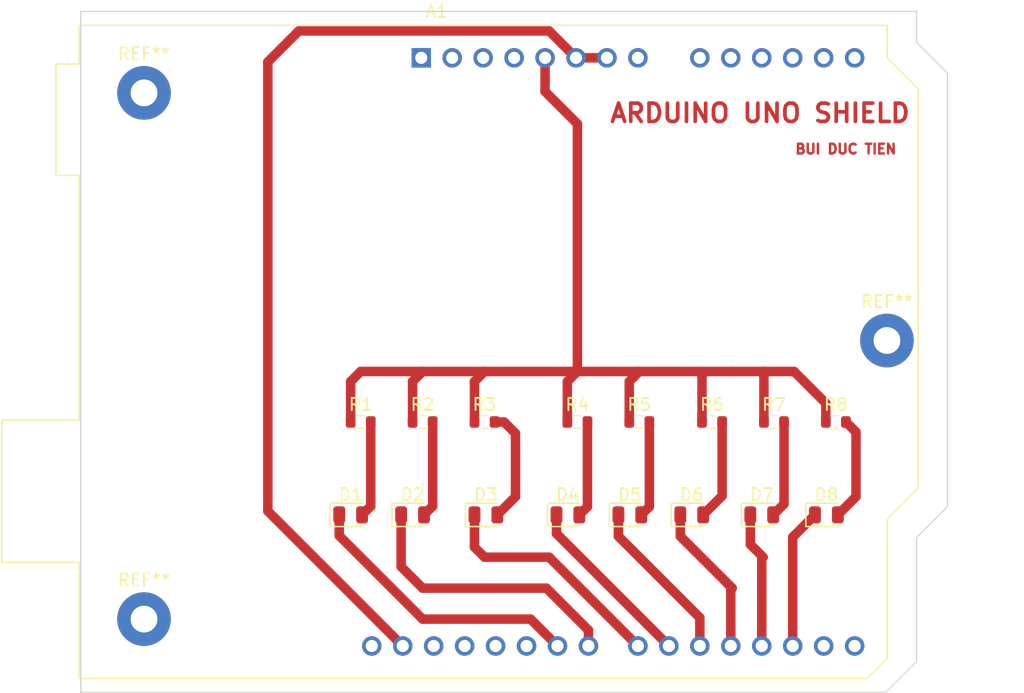
<source format=kicad_pcb>
(kicad_pcb (version 20221018) (generator pcbnew)
  (layers (0 "F.Cu" signal) (31 "B.Cu" signal) (34 "B.Paste" user) (35 "F.Paste" user) (36 "B.SilkS" user "B.Silkscreen") (37 "F.SilkS" user "F.Silkscreen") (38 "B.Mask" user) (39 "F.Mask" user) (44 "Edge.Cuts" user))
  (net 0 "")
  (net 5 "Net-(A1-+5V)")
  (net 6 "GND")
  (net 16 "Net-(A1-D2)")
  (net 17 "Net-(A1-D3)")
  (net 18 "Net-(A1-D4)")
  (net 19 "Net-(A1-D5)")
  (net 20 "Net-(A1-D6)")
  (net 21 "Net-(A1-D7)")
  (net 22 "Net-(A1-D8)")
  (net 23 "Net-(A1-D9)")
  (net 29 "Net-(D1-A)")
  (net 30 "Net-(D2-A)")
  (net 31 "Net-(D3-A)")
  (net 32 "Net-(D4-A)")
  (net 33 "Net-(D5-A)")
  (net 34 "Net-(D6-A)")
  (net 35 "Net-(D7-A)")
  (net 36 "Net-(D8-A)")
  (footprint "Resistor_SMD:R_0603_1608Metric" (layer "F.Cu") (at 172.8325 84.49)
    (fp_text reference "R5" (at 0 -1.43) (layer "F.SilkS"))
    (fp_text value "247")
    (fp_line (start -0.237258 -0.5225) (end 0.237258 -0.5225) (stroke (width 0.12)) (layer "F.SilkS"))
    (fp_line (start -0.237258 0.5225) (end 0.237258 0.5225) (stroke (width 0.12)) (layer "F.SilkS"))
    (pad "1" smd roundrect (at -0.825 0) (size 0.8 0.95) (layers "F.Cu" "F.Paste" "F.Mask") (net 5 "Net-(A1-+5V)"))
    (pad "2" smd roundrect (at 0.825 0) (size 0.8 0.95) (layers "F.Cu" "F.Paste" "F.Mask") (net 33 "Net-(D5-A)"))
  )
  (footprint "LED_SMD:LED_0805_2012Metric" (layer "F.Cu") (at 177.135 92.11)
    (fp_text reference "D6" (at 0 -1.65) (layer "F.SilkS"))
    (fp_text value "LED")
    (fp_line (start -1.685 -0.96) (end -1.685 0.96) (stroke (width 0.12)) (layer "F.SilkS"))
    (fp_line (start -1.685 0.96) (end 1 0.96) (stroke (width 0.12)) (layer "F.SilkS"))
    (fp_line (start 1 -0.96) (end -1.685 -0.96) (stroke (width 0.12)) (layer "F.SilkS"))
    (pad "1" smd roundrect (at -0.9375 0) (size 0.975 1.4) (layers "F.Cu" "F.Paste" "F.Mask") (net 18 "Net-(A1-D4)"))
    (pad "2" smd roundrect (at 0.9375 0) (size 0.975 1.4) (layers "F.Cu" "F.Paste" "F.Mask") (net 34 "Net-(D6-A)"))
  )
  (footprint "LED_SMD:LED_0805_2012Metric" (layer "F.Cu") (at 166.975 92.11)
    (fp_text reference "D4" (at 0 -1.65) (layer "F.SilkS"))
    (fp_text value "LED")
    (fp_line (start -1.685 -0.96) (end -1.685 0.96) (stroke (width 0.12)) (layer "F.SilkS"))
    (fp_line (start -1.685 0.96) (end 1 0.96) (stroke (width 0.12)) (layer "F.SilkS"))
    (fp_line (start 1 -0.96) (end -1.685 -0.96) (stroke (width 0.12)) (layer "F.SilkS"))
    (pad "1" smd roundrect (at -0.9375 0) (size 0.975 1.4) (layers "F.Cu" "F.Paste" "F.Mask") (net 20 "Net-(A1-D6)"))
    (pad "2" smd roundrect (at 0.9375 0) (size 0.975 1.4) (layers "F.Cu" "F.Paste" "F.Mask") (net 32 "Net-(D4-A)"))
  )
  (footprint "MountingHole:MountingHole_2.2mm_M2_Pad" (layer "F.Cu") (at 193.1525 77.805)
    (fp_text reference "REF**" (at 0 -3.2) (layer "F.SilkS"))
    (fp_text value "MountingHole_2.2mm_M2_Pad")
    (pad "1" thru_hole circle (at 0 0) (size 4.4 4.4) (drill 2.2) (layers "*.Cu" "*.Mask"))
  )
  (footprint "LED_SMD:LED_0805_2012Metric" (layer "F.Cu") (at 149.1475 92.11)
    (fp_text reference "D1" (at 0 -1.65) (layer "F.SilkS"))
    (fp_text value "LED")
    (fp_line (start -1.685 -0.96) (end -1.685 0.96) (stroke (width 0.12)) (layer "F.SilkS"))
    (fp_line (start -1.685 0.96) (end 1 0.96) (stroke (width 0.12)) (layer "F.SilkS"))
    (fp_line (start 1 -0.96) (end -1.685 -0.96) (stroke (width 0.12)) (layer "F.SilkS"))
    (pad "1" smd roundrect (at -0.9375 0) (size 0.975 1.4) (layers "F.Cu" "F.Paste" "F.Mask") (net 23 "Net-(A1-D9)"))
    (pad "2" smd roundrect (at 0.9375 0) (size 0.975 1.4) (layers "F.Cu" "F.Paste" "F.Mask") (net 29 "Net-(D1-A)"))
  )
  (footprint "Resistor_SMD:R_0603_1608Metric" (layer "F.Cu") (at 183.8825 84.49)
    (fp_text reference "R7" (at 0 -1.43) (layer "F.SilkS"))
    (fp_text value "247")
    (fp_line (start -0.237258 -0.5225) (end 0.237258 -0.5225) (stroke (width 0.12)) (layer "F.SilkS"))
    (fp_line (start -0.237258 0.5225) (end 0.237258 0.5225) (stroke (width 0.12)) (layer "F.SilkS"))
    (pad "1" smd roundrect (at -0.825 0) (size 0.8 0.95) (layers "F.Cu" "F.Paste" "F.Mask") (net 5 "Net-(A1-+5V)"))
    (pad "2" smd roundrect (at 0.825 0) (size 0.8 0.95) (layers "F.Cu" "F.Paste" "F.Mask") (net 35 "Net-(D7-A)"))
  )
  (footprint "Module:Arduino_UNO_R2" (layer "F.Cu") (at 154.94 54.61)
    (fp_text reference "A1" (at 1.27 -3.81 180) (layer "F.SilkS"))
    (fp_text value "Arduino_UNO_R2")
    (fp_line (start -34.42 29.72) (end -34.42 41.4) (stroke (width 0.12)) (layer "F.SilkS"))
    (fp_line (start -34.42 41.4) (end -28.07 41.4) (stroke (width 0.12)) (layer "F.SilkS"))
    (fp_line (start -29.97 0.51) (end -29.97 9.65) (stroke (width 0.12)) (layer "F.SilkS"))
    (fp_line (start -29.97 9.65) (end -28.07 9.65) (stroke (width 0.12)) (layer "F.SilkS"))
    (fp_line (start -28.07 -2.67) (end -28.07 0.51) (stroke (width 0.12)) (layer "F.SilkS"))
    (fp_line (start -28.07 0.51) (end -29.97 0.51) (stroke (width 0.12)) (layer "F.SilkS"))
    (fp_line (start -28.07 9.65) (end -28.07 29.72) (stroke (width 0.12)) (layer "F.SilkS"))
    (fp_line (start -28.07 29.72) (end -34.42 29.72) (stroke (width 0.12)) (layer "F.SilkS"))
    (fp_line (start -28.07 41.4) (end -28.07 50.93) (stroke (width 0.12)) (layer "F.SilkS"))
    (fp_line (start -28.07 50.93) (end 36.58 50.93) (stroke (width 0.12)) (layer "F.SilkS"))
    (fp_line (start 36.58 50.93) (end 38.23 49.28) (stroke (width 0.12)) (layer "F.SilkS"))
    (fp_line (start 38.23 -2.67) (end -28.07 -2.67) (stroke (width 0.12)) (layer "F.SilkS"))
    (fp_line (start 38.23 0) (end 38.23 -2.67) (stroke (width 0.12)) (layer "F.SilkS"))
    (fp_line (start 38.23 37.85) (end 40.77 35.31) (stroke (width 0.12)) (layer "F.SilkS"))
    (fp_line (start 38.23 49.28) (end 38.23 37.85) (stroke (width 0.12)) (layer "F.SilkS"))
    (fp_line (start 40.77 2.54) (end 38.23 0) (stroke (width 0.12)) (layer "F.SilkS"))
    (fp_line (start 40.77 35.31) (end 40.77 2.54) (stroke (width 0.12)) (layer "F.SilkS"))
    (pad "1" thru_hole rect (at 0 0 90) (size 1.6 1.6) (drill 1) (layers "*.Cu" "*.Mask"))
    (pad "2" thru_hole oval (at 2.54 0 90) (size 1.6 1.6) (drill 1) (layers "*.Cu" "*.Mask"))
    (pad "3" thru_hole oval (at 5.08 0 90) (size 1.6 1.6) (drill 1) (layers "*.Cu" "*.Mask"))
    (pad "4" thru_hole oval (at 7.62 0 90) (size 1.6 1.6) (drill 1) (layers "*.Cu" "*.Mask"))
    (pad "5" thru_hole oval (at 10.16 0 90) (size 1.6 1.6) (drill 1) (layers "*.Cu" "*.Mask") (net 5 "Net-(A1-+5V)"))
    (pad "6" thru_hole oval (at 12.7 0 90) (size 1.6 1.6) (drill 1) (layers "*.Cu" "*.Mask") (net 6 "GND"))
    (pad "7" thru_hole oval (at 15.24 0 90) (size 1.6 1.6) (drill 1) (layers "*.Cu" "*.Mask") (net 6 "GND"))
    (pad "8" thru_hole oval (at 17.78 0 90) (size 1.6 1.6) (drill 1) (layers "*.Cu" "*.Mask"))
    (pad "9" thru_hole oval (at 22.86 0 90) (size 1.6 1.6) (drill 1) (layers "*.Cu" "*.Mask"))
    (pad "10" thru_hole oval (at 25.4 0 90) (size 1.6 1.6) (drill 1) (layers "*.Cu" "*.Mask"))
    (pad "11" thru_hole oval (at 27.94 0 90) (size 1.6 1.6) (drill 1) (layers "*.Cu" "*.Mask"))
    (pad "12" thru_hole oval (at 30.48 0 90) (size 1.6 1.6) (drill 1) (layers "*.Cu" "*.Mask"))
    (pad "13" thru_hole oval (at 33.02 0 90) (size 1.6 1.6) (drill 1) (layers "*.Cu" "*.Mask"))
    (pad "14" thru_hole oval (at 35.56 0 90) (size 1.6 1.6) (drill 1) (layers "*.Cu" "*.Mask"))
    (pad "15" thru_hole oval (at 35.56 48.26 90) (size 1.6 1.6) (drill 1) (layers "*.Cu" "*.Mask"))
    (pad "16" thru_hole oval (at 33.02 48.26 90) (size 1.6 1.6) (drill 1) (layers "*.Cu" "*.Mask"))
    (pad "17" thru_hole oval (at 30.48 48.26 90) (size 1.6 1.6) (drill 1) (layers "*.Cu" "*.Mask") (net 16 "Net-(A1-D2)"))
    (pad "18" thru_hole oval (at 27.94 48.26 90) (size 1.6 1.6) (drill 1) (layers "*.Cu" "*.Mask") (net 17 "Net-(A1-D3)"))
    (pad "19" thru_hole oval (at 25.4 48.26 90) (size 1.6 1.6) (drill 1) (layers "*.Cu" "*.Mask") (net 18 "Net-(A1-D4)"))
    (pad "20" thru_hole oval (at 22.86 48.26 90) (size 1.6 1.6) (drill 1) (layers "*.Cu" "*.Mask") (net 19 "Net-(A1-D5)"))
    (pad "21" thru_hole oval (at 20.32 48.26 90) (size 1.6 1.6) (drill 1) (layers "*.Cu" "*.Mask") (net 20 "Net-(A1-D6)"))
    (pad "22" thru_hole oval (at 17.78 48.26 90) (size 1.6 1.6) (drill 1) (layers "*.Cu" "*.Mask") (net 21 "Net-(A1-D7)"))
    (pad "23" thru_hole oval (at 13.72 48.26 90) (size 1.6 1.6) (drill 1) (layers "*.Cu" "*.Mask") (net 22 "Net-(A1-D8)"))
    (pad "24" thru_hole oval (at 11.18 48.26 90) (size 1.6 1.6) (drill 1) (layers "*.Cu" "*.Mask") (net 23 "Net-(A1-D9)"))
    (pad "25" thru_hole oval (at 8.64 48.26 90) (size 1.6 1.6) (drill 1) (layers "*.Cu" "*.Mask"))
    (pad "26" thru_hole oval (at 6.1 48.26 90) (size 1.6 1.6) (drill 1) (layers "*.Cu" "*.Mask"))
    (pad "27" thru_hole oval (at 3.56 48.26 90) (size 1.6 1.6) (drill 1) (layers "*.Cu" "*.Mask"))
    (pad "28" thru_hole oval (at 1.02 48.26 90) (size 1.6 1.6) (drill 1) (layers "*.Cu" "*.Mask"))
    (pad "29" thru_hole oval (at -1.52 48.26 90) (size 1.6 1.6) (drill 1) (layers "*.Cu" "*.Mask") (net 6 "GND"))
    (pad "30" thru_hole oval (at -4.06 48.26 90) (size 1.6 1.6) (drill 1) (layers "*.Cu" "*.Mask"))
  )
  (footprint "LED_SMD:LED_0805_2012Metric" (layer "F.Cu") (at 154.2275 92.11)
    (fp_text reference "D2" (at 0 -1.65) (layer "F.SilkS"))
    (fp_text value "LED")
    (fp_line (start -1.685 -0.96) (end -1.685 0.96) (stroke (width 0.12)) (layer "F.SilkS"))
    (fp_line (start -1.685 0.96) (end 1 0.96) (stroke (width 0.12)) (layer "F.SilkS"))
    (fp_line (start 1 -0.96) (end -1.685 -0.96) (stroke (width 0.12)) (layer "F.SilkS"))
    (pad "1" smd roundrect (at -0.9375 0) (size 0.975 1.4) (layers "F.Cu" "F.Paste" "F.Mask") (net 22 "Net-(A1-D8)"))
    (pad "2" smd roundrect (at 0.9375 0) (size 0.975 1.4) (layers "F.Cu" "F.Paste" "F.Mask") (net 30 "Net-(D2-A)"))
  )
  (footprint "LED_SMD:LED_0805_2012Metric" (layer "F.Cu") (at 188.185 92.11)
    (fp_text reference "D8" (at 0 -1.65) (layer "F.SilkS"))
    (fp_text value "LED")
    (fp_line (start -1.685 -0.96) (end -1.685 0.96) (stroke (width 0.12)) (layer "F.SilkS"))
    (fp_line (start -1.685 0.96) (end 1 0.96) (stroke (width 0.12)) (layer "F.SilkS"))
    (fp_line (start 1 -0.96) (end -1.685 -0.96) (stroke (width 0.12)) (layer "F.SilkS"))
    (pad "1" smd roundrect (at -0.9375 0) (size 0.975 1.4) (layers "F.Cu" "F.Paste" "F.Mask") (net 16 "Net-(A1-D2)"))
    (pad "2" smd roundrect (at 0.9375 0) (size 0.975 1.4) (layers "F.Cu" "F.Paste" "F.Mask") (net 36 "Net-(D8-A)"))
  )
  (footprint "Resistor_SMD:R_0603_1608Metric" (layer "F.Cu") (at 178.8025 84.49)
    (fp_text reference "R6" (at 0 -1.43) (layer "F.SilkS"))
    (fp_text value "247")
    (fp_line (start -0.237258 -0.5225) (end 0.237258 -0.5225) (stroke (width 0.12)) (layer "F.SilkS"))
    (fp_line (start -0.237258 0.5225) (end 0.237258 0.5225) (stroke (width 0.12)) (layer "F.SilkS"))
    (pad "1" smd roundrect (at -0.825 0) (size 0.8 0.95) (layers "F.Cu" "F.Paste" "F.Mask") (net 5 "Net-(A1-+5V)"))
    (pad "2" smd roundrect (at 0.825 0) (size 0.8 0.95) (layers "F.Cu" "F.Paste" "F.Mask") (net 34 "Net-(D6-A)"))
  )
  (footprint "MountingHole:MountingHole_2.2mm_M2_Pad" (layer "F.Cu") (at 132.1925 57.485)
    (fp_text reference "REF**" (at 0 -3.2) (layer "F.SilkS"))
    (fp_text value "MountingHole_2.2mm_M2_Pad")
    (pad "1" thru_hole circle (at 0 0) (size 4.4 4.4) (drill 2.2) (layers "*.Cu" "*.Mask"))
  )
  (footprint "Resistor_SMD:R_0603_1608Metric" (layer "F.Cu") (at 167.7525 84.49)
    (fp_text reference "R4" (at 0 -1.43) (layer "F.SilkS"))
    (fp_text value "247")
    (fp_line (start -0.237258 -0.5225) (end 0.237258 -0.5225) (stroke (width 0.12)) (layer "F.SilkS"))
    (fp_line (start -0.237258 0.5225) (end 0.237258 0.5225) (stroke (width 0.12)) (layer "F.SilkS"))
    (pad "1" smd roundrect (at -0.825 0) (size 0.8 0.95) (layers "F.Cu" "F.Paste" "F.Mask") (net 5 "Net-(A1-+5V)"))
    (pad "2" smd roundrect (at 0.825 0) (size 0.8 0.95) (layers "F.Cu" "F.Paste" "F.Mask") (net 32 "Net-(D4-A)"))
  )
  (footprint "Resistor_SMD:R_0603_1608Metric" (layer "F.Cu") (at 188.9625 84.49)
    (fp_text reference "R8" (at 0 -1.43) (layer "F.SilkS"))
    (fp_text value "247")
    (fp_line (start -0.237258 -0.5225) (end 0.237258 -0.5225) (stroke (width 0.12)) (layer "F.SilkS"))
    (fp_line (start -0.237258 0.5225) (end 0.237258 0.5225) (stroke (width 0.12)) (layer "F.SilkS"))
    (pad "1" smd roundrect (at -0.825 0) (size 0.8 0.95) (layers "F.Cu" "F.Paste" "F.Mask") (net 5 "Net-(A1-+5V)"))
    (pad "2" smd roundrect (at 0.825 0) (size 0.8 0.95) (layers "F.Cu" "F.Paste" "F.Mask") (net 36 "Net-(D8-A)"))
  )
  (footprint "LED_SMD:LED_0805_2012Metric" (layer "F.Cu") (at 160.245 92.11)
    (fp_text reference "D3" (at 0 -1.65) (layer "F.SilkS"))
    (fp_text value "LED")
    (fp_line (start -1.685 -0.96) (end -1.685 0.96) (stroke (width 0.12)) (layer "F.SilkS"))
    (fp_line (start -1.685 0.96) (end 1 0.96) (stroke (width 0.12)) (layer "F.SilkS"))
    (fp_line (start 1 -0.96) (end -1.685 -0.96) (stroke (width 0.12)) (layer "F.SilkS"))
    (pad "1" smd roundrect (at -0.9375 0) (size 0.975 1.4) (layers "F.Cu" "F.Paste" "F.Mask") (net 21 "Net-(A1-D7)"))
    (pad "2" smd roundrect (at 0.9375 0) (size 0.975 1.4) (layers "F.Cu" "F.Paste" "F.Mask") (net 31 "Net-(D3-A)"))
  )
  (footprint "Resistor_SMD:R_0603_1608Metric" (layer "F.Cu") (at 155.0525 84.49)
    (fp_text reference "R2" (at 0 -1.43) (layer "F.SilkS"))
    (fp_text value "247")
    (fp_line (start -0.237258 -0.5225) (end 0.237258 -0.5225) (stroke (width 0.12)) (layer "F.SilkS"))
    (fp_line (start -0.237258 0.5225) (end 0.237258 0.5225) (stroke (width 0.12)) (layer "F.SilkS"))
    (pad "1" smd roundrect (at -0.825 0) (size 0.8 0.95) (layers "F.Cu" "F.Paste" "F.Mask") (net 5 "Net-(A1-+5V)"))
    (pad "2" smd roundrect (at 0.825 0) (size 0.8 0.95) (layers "F.Cu" "F.Paste" "F.Mask") (net 30 "Net-(D2-A)"))
  )
  (footprint "Resistor_SMD:R_0603_1608Metric" (layer "F.Cu") (at 149.9725 84.49)
    (fp_text reference "R1" (at 0 -1.43) (layer "F.SilkS"))
    (fp_text value "247")
    (fp_line (start -0.237258 -0.5225) (end 0.237258 -0.5225) (stroke (width 0.12)) (layer "F.SilkS"))
    (fp_line (start -0.237258 0.5225) (end 0.237258 0.5225) (stroke (width 0.12)) (layer "F.SilkS"))
    (pad "1" smd roundrect (at -0.825 0) (size 0.8 0.95) (layers "F.Cu" "F.Paste" "F.Mask") (net 5 "Net-(A1-+5V)"))
    (pad "2" smd roundrect (at 0.825 0) (size 0.8 0.95) (layers "F.Cu" "F.Paste" "F.Mask") (net 29 "Net-(D1-A)"))
  )
  (footprint "MountingHole:MountingHole_2.2mm_M2_Pad" (layer "F.Cu") (at 132.1925 100.665)
    (fp_text reference "REF**" (at 0 -3.2) (layer "F.SilkS"))
    (fp_text value "MountingHole_2.2mm_M2_Pad")
    (pad "1" thru_hole circle (at 0 0) (size 4.4 4.4) (drill 2.2) (layers "*.Cu" "*.Mask"))
  )
  (footprint "LED_SMD:LED_0805_2012Metric" (layer "F.Cu") (at 182.88 92.11)
    (fp_text reference "D7" (at 0 -1.65) (layer "F.SilkS"))
    (fp_text value "LED")
    (fp_line (start -1.685 -0.96) (end -1.685 0.96) (stroke (width 0.12)) (layer "F.SilkS"))
    (fp_line (start -1.685 0.96) (end 1 0.96) (stroke (width 0.12)) (layer "F.SilkS"))
    (fp_line (start 1 -0.96) (end -1.685 -0.96) (stroke (width 0.12)) (layer "F.SilkS"))
    (pad "1" smd roundrect (at -0.9375 0) (size 0.975 1.4) (layers "F.Cu" "F.Paste" "F.Mask") (net 17 "Net-(A1-D3)"))
    (pad "2" smd roundrect (at 0.9375 0) (size 0.975 1.4) (layers "F.Cu" "F.Paste" "F.Mask") (net 35 "Net-(D7-A)"))
  )
  (footprint "LED_SMD:LED_0805_2012Metric" (layer "F.Cu") (at 172.055 92.11)
    (fp_text reference "D5" (at 0 -1.65) (layer "F.SilkS"))
    (fp_text value "LED")
    (fp_line (start -1.685 -0.96) (end -1.685 0.96) (stroke (width 0.12)) (layer "F.SilkS"))
    (fp_line (start -1.685 0.96) (end 1 0.96) (stroke (width 0.12)) (layer "F.SilkS"))
    (fp_line (start 1 -0.96) (end -1.685 -0.96) (stroke (width 0.12)) (layer "F.SilkS"))
    (pad "1" smd roundrect (at -0.9375 0) (size 0.975 1.4) (layers "F.Cu" "F.Paste" "F.Mask") (net 19 "Net-(A1-D5)"))
    (pad "2" smd roundrect (at 0.9375 0) (size 0.975 1.4) (layers "F.Cu" "F.Paste" "F.Mask") (net 33 "Net-(D5-A)"))
  )
  (footprint "Resistor_SMD:R_0603_1608Metric" (layer "F.Cu") (at 160.1325 84.49)
    (fp_text reference "R3" (at 0 -1.43) (layer "F.SilkS"))
    (fp_text value "247")
    (fp_line (start -0.237258 -0.5225) (end 0.237258 -0.5225) (stroke (width 0.12)) (layer "F.SilkS"))
    (fp_line (start -0.237258 0.5225) (end 0.237258 0.5225) (stroke (width 0.12)) (layer "F.SilkS"))
    (pad "1" smd roundrect (at -0.825 0) (size 0.8 0.95) (layers "F.Cu" "F.Paste" "F.Mask") (net 5 "Net-(A1-+5V)"))
    (pad "2" smd roundrect (at 0.825 0) (size 0.8 0.95) (layers "F.Cu" "F.Paste" "F.Mask") (net 31 "Net-(D3-A)"))
  )
  (gr_line (start 127 106.68) (end 127 50.8) (stroke (width 0.1)) (layer "Edge.Cuts"))
  (gr_line (start 195.58 104.14) (end 193.04 106.68) (stroke (width 0.1)) (layer "Edge.Cuts"))
  (gr_line (start 127 50.8) (end 195.58 50.8) (stroke (width 0.1)) (layer "Edge.Cuts"))
  (gr_line (start 195.58 50.8) (end 195.58 53.34) (stroke (width 0.1)) (layer "Edge.Cuts"))
  (gr_line (start 198.12 55.88) (end 198.12 91.44) (stroke (width 0.1)) (layer "Edge.Cuts"))
  (gr_line (start 195.58 53.34) (end 198.12 55.88) (stroke (width 0.1)) (layer "Edge.Cuts"))
  (gr_line (start 193.04 106.68) (end 127 106.68) (stroke (width 0.1)) (layer "Edge.Cuts"))
  (gr_line (start 198.12 91.44) (end 195.58 93.98) (stroke (width 0.1)) (layer "Edge.Cuts"))
  (gr_line (start 195.58 93.98) (end 195.58 104.14) (stroke (width 0.1)) (layer "Edge.Cuts"))
  (gr_text "BUI DUC TIEN" (at 185.5325 62.565) (layer "F.Cu") (effects (font (size 0.8 0.8) (thickness 0.2) bold) (justify left bottom)))
  (gr_text "ARDUINO UNO SHIELD" (at 170.2925 60.025) (layer "F.Cu") (effects (font (size 1.5 1.5) (thickness 0.3) bold) (justify left bottom)))
  (segment (start 165.1 57.3725) (end 165.1 54.61) (width 0.78) (layer "F.Cu") (net 5))
  (segment (start 149.1475 81.17) (end 149.9725 80.345) (width 0.78) (layer "F.Cu") (net 5))
  (segment (start 182.9925 80.345) (end 185.5325 80.345) (width 0.78) (layer "F.Cu") (net 5))
  (segment (start 159.3075 81.17) (end 160.1325 80.345) (width 0.78) (layer "F.Cu") (net 5))
  (segment (start 172.0075 81.17) (end 172.8325 80.345) (width 0.78) (layer "F.Cu") (net 5))
  (segment (start 149.9725 80.345) (end 155.0525 80.345) (width 0.78) (layer "F.Cu") (net 5))
  (segment (start 185.5325 80.345) (end 188.1375 82.95) (width 0.78) (layer "F.Cu") (net 5))
  (segment (start 177.9775 80.41) (end 177.9125 80.345) (width 0.78) (layer "F.Cu") (net 5))
  (segment (start 160.1325 80.345) (end 167.7525 80.345) (width 0.78) (layer "F.Cu") (net 5))
  (segment (start 166.9275 84.49) (end 166.9275 81.17) (width 0.78) (layer "F.Cu") (net 5))
  (segment (start 188.1375 82.95) (end 188.1375 84.49) (width 0.78) (layer "F.Cu") (net 5))
  (segment (start 167.7525 80.345) (end 167.7525 60.025) (width 0.78) (layer "F.Cu") (net 5))
  (segment (start 172.0075 84.49) (end 172.0075 81.17) (width 0.78) (layer "F.Cu") (net 5))
  (segment (start 183.0575 80.41) (end 182.9925 80.345) (width 0.78) (layer "F.Cu") (net 5))
  (segment (start 155.0525 80.345) (end 160.1325 80.345) (width 0.78) (layer "F.Cu") (net 5))
  (segment (start 154.2275 81.17) (end 155.0525 80.345) (width 0.78) (layer "F.Cu") (net 5))
  (segment (start 183.0575 84.49) (end 183.0575 80.41) (width 0.78) (layer "F.Cu") (net 5))
  (segment (start 166.9275 81.17) (end 167.7525 80.345) (width 0.78) (layer "F.Cu") (net 5))
  (segment (start 167.7525 60.025) (end 165.1 57.3725) (width 0.78) (layer "F.Cu") (net 5))
  (segment (start 180.4525 80.345) (end 182.9925 80.345) (width 0.78) (layer "F.Cu") (net 5))
  (segment (start 177.9775 84.49) (end 177.9775 80.41) (width 0.78) (layer "F.Cu") (net 5))
  (segment (start 154.2275 84.49) (end 154.2275 81.17) (width 0.78) (layer "F.Cu") (net 5))
  (segment (start 159.3075 84.49) (end 159.3075 81.17) (width 0.78) (layer "F.Cu") (net 5))
  (segment (start 149.1475 84.49) (end 149.1475 81.17) (width 0.78) (layer "F.Cu") (net 5))
  (segment (start 167.7525 80.345) (end 172.8325 80.345) (width 0.78) (layer "F.Cu") (net 5))
  (segment (start 172.8325 80.345) (end 180.4525 80.345) (width 0.78) (layer "F.Cu") (net 5))
  (segment (start 153.42 102.87) (end 142.3525 91.8025) (width 0.78) (layer "F.Cu") (net 6))
  (segment (start 142.3525 91.8025) (end 142.3525 54.945) (width 0.78) (layer "F.Cu") (net 6))
  (segment (start 144.8925 52.405) (end 165.435 52.405) (width 0.78) (layer "F.Cu") (net 6))
  (segment (start 142.3525 54.945) (end 144.8925 52.405) (width 0.78) (layer "F.Cu") (net 6))
  (segment (start 167.64 54.61) (end 170.18 54.61) (width 0.78) (layer "F.Cu") (net 6))
  (segment (start 165.435 52.405) (end 167.64 54.61) (width 0.78) (layer "F.Cu") (net 6))
  (segment (start 185.42 93.9375) (end 187.2475 92.11) (width 0.78) (layer "F.Cu") (net 16))
  (segment (start 185.42 102.87) (end 185.42 93.9375) (width 0.78) (layer "F.Cu") (net 16))
  (segment (start 182.88 102.87) (end 182.88 95.6975) (width 0.78) (layer "F.Cu") (net 17))
  (segment (start 182.88 95.6975) (end 182.9925 95.585) (width 0.78) (layer "F.Cu") (net 17))
  (segment (start 182.9925 95.585) (end 181.9425 94.535) (width 0.78) (layer "F.Cu") (net 17))
  (segment (start 181.9425 94.535) (end 181.9425 92.11) (width 0.78) (layer "F.Cu") (net 17))
  (segment (start 180.34 102.87) (end 180.34 98.2375) (width 0.78) (layer "F.Cu") (net 18))
  (segment (start 180.4525 98.125) (end 176.1975 93.87) (width 0.78) (layer "F.Cu") (net 18))
  (segment (start 180.34 98.2375) (end 180.4525 98.125) (width 0.78) (layer "F.Cu") (net 18))
  (segment (start 176.1975 93.87) (end 176.1975 92.11) (width 0.78) (layer "F.Cu") (net 18))
  (segment (start 177.8 100.5525) (end 171.1175 93.87) (width 0.78) (layer "F.Cu") (net 19))
  (segment (start 171.1175 93.87) (end 171.1175 92.11) (width 0.78) (layer "F.Cu") (net 19))
  (segment (start 177.8 102.87) (end 177.8 100.5525) (width 0.78) (layer "F.Cu") (net 19))
  (segment (start 166.0375 93.6475) (end 166.0375 92.11) (width 0.78) (layer "F.Cu") (net 20))
  (segment (start 175.26 102.87) (end 166.0375 93.6475) (width 0.78) (layer "F.Cu") (net 20))
  (segment (start 165.435 95.585) (end 160.1325 95.585) (width 0.78) (layer "F.Cu") (net 21))
  (segment (start 160.1325 95.585) (end 159.3075 94.76) (width 0.78) (layer "F.Cu") (net 21))
  (segment (start 172.72 102.87) (end 165.435 95.585) (width 0.78) (layer "F.Cu") (net 21))
  (segment (start 159.3075 94.76) (end 159.3075 92.11) (width 0.78) (layer "F.Cu") (net 21))
  (segment (start 153.29 96.3625) (end 153.29 92.11) (width 0.78) (layer "F.Cu") (net 22))
  (segment (start 168.66 102.87) (end 168.66 101.5725) (width 0.78) (layer "F.Cu") (net 22))
  (segment (start 165.2125 98.125) (end 155.0525 98.125) (width 0.78) (layer "F.Cu") (net 22))
  (segment (start 155.0525 98.125) (end 153.29 96.3625) (width 0.78) (layer "F.Cu") (net 22))
  (segment (start 168.66 101.5725) (end 165.2125 98.125) (width 0.78) (layer "F.Cu") (net 22))
  (segment (start 148.21 93.8225) (end 148.21 92.11) (width 0.78) (layer "F.Cu") (net 23))
  (segment (start 155.0525 100.665) (end 148.21 93.8225) (width 0.78) (layer "F.Cu") (net 23))
  (segment (start 163.915 100.665) (end 155.0525 100.665) (width 0.78) (layer "F.Cu") (net 23))
  (segment (start 166.12 102.87) (end 163.915 100.665) (width 0.78) (layer "F.Cu") (net 23))
  (segment (start 150.7975 91.3975) (end 150.085 92.11) (width 0.78) (layer "F.Cu") (net 29))
  (segment (start 150.7975 84.49) (end 150.7975 91.3975) (width 0.78) (layer "F.Cu") (net 29))
  (segment (start 155.8775 91.3975) (end 155.165 92.11) (width 0.78) (layer "F.Cu") (net 30))
  (segment (start 155.8775 84.49) (end 155.8775 91.3975) (width 0.78) (layer "F.Cu") (net 30))
  (segment (start 161.7375 84.49) (end 162.6725 85.425) (width 0.78) (layer "F.Cu") (net 31))
  (segment (start 162.6725 85.425) (end 162.6725 90.62) (width 0.78) (layer "F.Cu") (net 31))
  (segment (start 162.6725 90.62) (end 161.1825 92.11) (width 0.78) (layer "F.Cu") (net 31))
  (segment (start 160.9575 84.49) (end 161.7375 84.49) (width 0.78) (layer "F.Cu") (net 31))
  (segment (start 168.5775 91.445) (end 167.9125 92.11) (width 0.78) (layer "F.Cu") (net 32))
  (segment (start 168.5775 84.49) (end 168.5775 91.445) (width 0.78) (layer "F.Cu") (net 32))
  (segment (start 173.6575 91.445) (end 172.9925 92.11) (width 0.78) (layer "F.Cu") (net 33))
  (segment (start 173.6575 84.49) (end 173.6575 91.445) (width 0.78) (layer "F.Cu") (net 33))
  (segment (start 179.6275 90.555) (end 178.0725 92.11) (width 0.78) (layer "F.Cu") (net 34))
  (segment (start 179.6275 84.49) (end 179.6275 90.555) (width 0.78) (layer "F.Cu") (net 34))
  (segment (start 184.7075 91.22) (end 183.8175 92.11) (width 0.78) (layer "F.Cu") (net 35))
  (segment (start 184.7075 84.49) (end 184.7075 91.22) (width 0.78) (layer "F.Cu") (net 35))
  (segment (start 189.1225 92.11) (end 190.6125 90.62) (width 0.78) (layer "F.Cu") (net 36))
  (segment (start 190.6125 85.315) (end 189.7875 84.49) (width 0.78) (layer "F.Cu") (net 36))
  (segment (start 190.6125 90.62) (end 190.6125 85.315) (width 0.78) (layer "F.Cu") (net 36))
)
</source>
